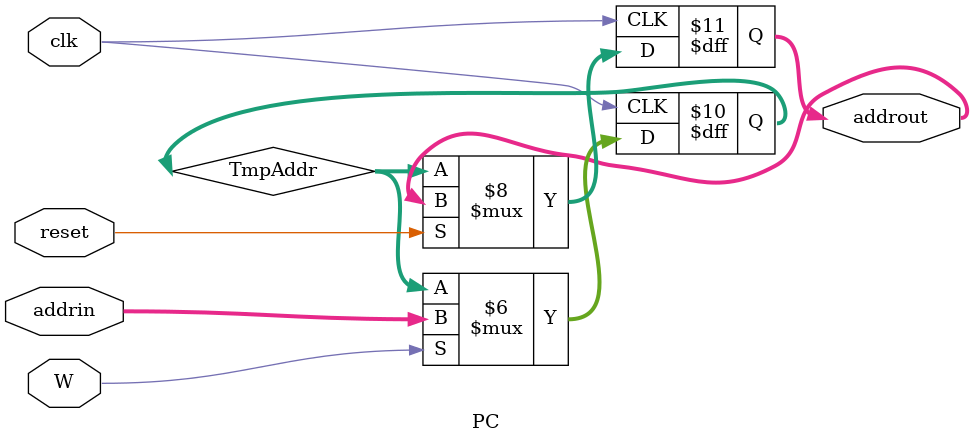
<source format=v>
`timescale 1ns/1ps
module PC (
    input clk,
    input reset,
    input W,
    input [31:0] addrin,
    output reg [31:0] addrout
);
    reg [31:0] TmpAddr;
    initial begin
        addrout = 0;
        TmpAddr = 4;
    end
    always @(posedge clk) begin
        if(reset == 0)
            addrout <= TmpAddr;
    end
    always @(negedge clk ) begin
        if(W == 1)
            TmpAddr <= addrin;
    end
endmodule
</source>
